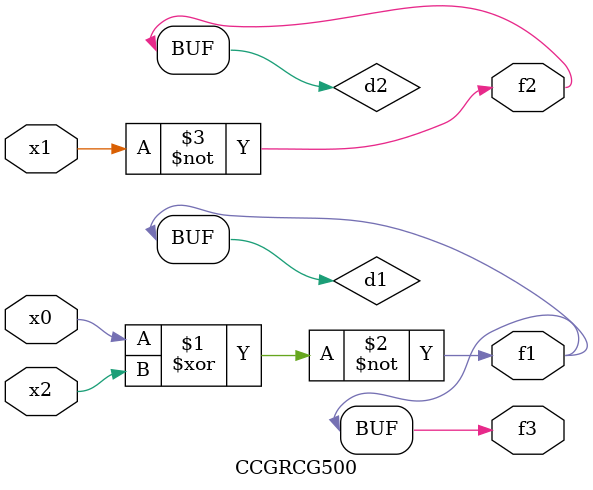
<source format=v>
module CCGRCG500(
	input x0, x1, x2,
	output f1, f2, f3
);

	wire d1, d2, d3;

	xnor (d1, x0, x2);
	nand (d2, x1);
	nor (d3, x1, x2);
	assign f1 = d1;
	assign f2 = d2;
	assign f3 = d1;
endmodule

</source>
